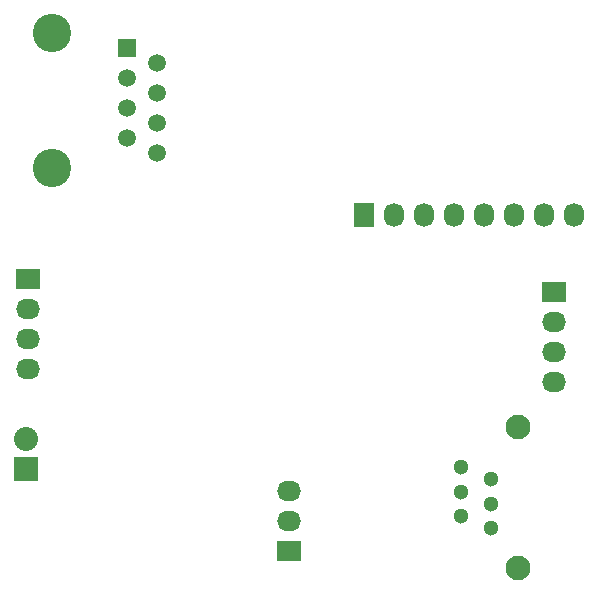
<source format=gbr>
G04 #@! TF.FileFunction,Soldermask,Bot*
%FSLAX46Y46*%
G04 Gerber Fmt 4.6, Leading zero omitted, Abs format (unit mm)*
G04 Created by KiCad (PCBNEW 4.0.2-stable) date 3/15/2016 3:05:28 PM*
%MOMM*%
G01*
G04 APERTURE LIST*
%ADD10C,0.100000*%
%ADD11C,3.250000*%
%ADD12R,1.500000X1.500000*%
%ADD13C,1.500000*%
%ADD14C,1.300000*%
%ADD15C,2.100000*%
%ADD16R,2.032000X1.727200*%
%ADD17O,2.032000X1.727200*%
%ADD18R,2.032000X2.032000*%
%ADD19O,2.032000X2.032000*%
%ADD20R,1.727200X2.032000*%
%ADD21O,1.727200X2.032000*%
G04 APERTURE END LIST*
D10*
D11*
X104267000Y-64521000D03*
X104267000Y-53081000D03*
D12*
X110617000Y-54351000D03*
D13*
X113157000Y-55621000D03*
X110617000Y-56891000D03*
X113157000Y-58161000D03*
X110617000Y-59431000D03*
X113157000Y-60701000D03*
X110617000Y-61971000D03*
X113157000Y-63241000D03*
D14*
X138924000Y-91882500D03*
X138924000Y-93922500D03*
X138924000Y-89842500D03*
X141464000Y-94942500D03*
X141464000Y-92902500D03*
X141464000Y-90862500D03*
D15*
X143764000Y-86392500D03*
X143764000Y-98392500D03*
D16*
X102298500Y-73850500D03*
D17*
X102298500Y-76390500D03*
X102298500Y-78930500D03*
X102298500Y-81470500D03*
D18*
X102108000Y-89979500D03*
D19*
X102108000Y-87439500D03*
D16*
X146812000Y-74993500D03*
D17*
X146812000Y-77533500D03*
X146812000Y-80073500D03*
X146812000Y-82613500D03*
D20*
X130683000Y-68453000D03*
D21*
X133223000Y-68453000D03*
X135763000Y-68453000D03*
X138303000Y-68453000D03*
X140843000Y-68453000D03*
X143383000Y-68453000D03*
X145923000Y-68453000D03*
X148463000Y-68453000D03*
D16*
X124396500Y-96901000D03*
D17*
X124396500Y-94361000D03*
X124396500Y-91821000D03*
M02*

</source>
